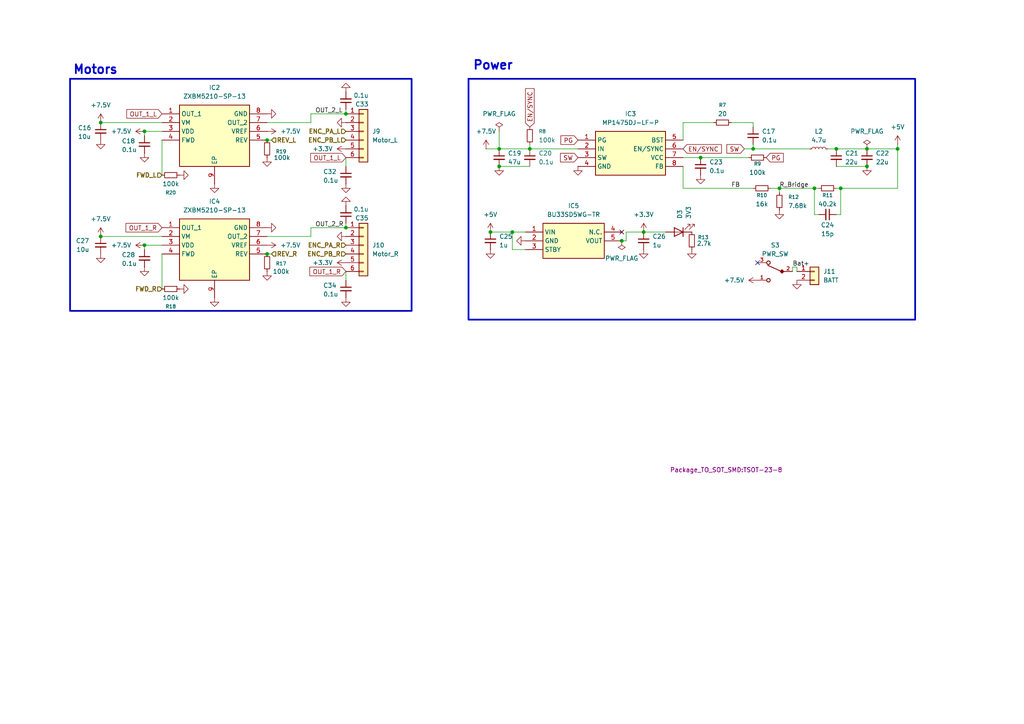
<source format=kicad_sch>
(kicad_sch (version 20250114) (generator "eeschema") (generator_version "9.0")
  (paper "A4")
  (title_block (title "Power&Control") (date "2025-09-19") (rev "Nelven") (company "ESE"))
  (lib_symbols
    (symbol "472121020311:472121020311" (pin_names (offset 1.016))
      (property "Reference" "S" (at 0 3.81 0))
      (property "Value" "472121020311" (at 0 -5.08 0))
      (symbol "472121020311_0_0"
        (polyline (pts (xy -2.032 -0.508) (xy -2.54 0) (xy -2.032 0.508) (xy -1.524 0) (xy -2.032 -0.508)) (stroke (width 0.254)) (fill (type outline)))
        (polyline (pts (xy -1.905 0) (xy 2.1082 -1.778)) (stroke (width 0.254)))
        (circle (center 1.905 2.54) (radius 0.508) (stroke (width 0.254)))
        (circle (center 1.905 -2.54) (radius 0.508) (stroke (width 0.254)))
        (pin passive line (at -5.08 0 0) (length 2.54) (name "~") (number "2"))
        (pin passive line (at 5.08 2.54 180) (length 2.54) (name "~") (number "1"))
        (pin passive line (at 5.08 -2.54 180) (length 2.54) (name "~") (number "3"))
      )
    )
    (symbol "BU33SD5WG-TR:BU33SD5WG-TR"
      (property "Reference" "PS" (at 24.13 7.62 0))
      (property "Value" "BU33SD5WG-TR" (at 24.13 5.08 0))
      (symbol "BU33SD5WG-TR_1_1"
        (rectangle (start 5.08 2.54) (end 22.86 -7.62) (stroke (width 0.254)) (fill (type background)))
        (pin passive line (at 0 0 0) (length 5.08) (name "VIN") (number "1"))
        (pin passive line (at 0 -2.54 0) (length 5.08) (name "GND") (number "2"))
        (pin passive line (at 0 -5.08 0) (length 5.08) (name "STBY") (number "3"))
        (pin no_connect line (at 27.94 0 180) (length 5.08) (name "N.C.") (number "4"))
        (pin passive line (at 27.94 -2.54 180) (length 5.08) (name "VOUT") (number "5"))
      )
    )
    (symbol "Connector_Generic:Conn_01x02" (pin_names (offset 1.016) (hide yes))
      (property "Reference" "J" (at 0 2.54 0))
      (property "Value" "Conn_01x02" (at 0 -5.08 0))
      (symbol "Conn_01x02_1_1"
        (rectangle (start -1.27 1.27) (end 1.27 -3.81) (stroke (width 0.254)) (fill (type background)))
        (rectangle (start -1.27 0.127) (end 0 -0.127) (stroke (width 0.1524)))
        (rectangle (start -1.27 -2.413) (end 0 -2.667) (stroke (width 0.1524)))
        (pin passive line (at -5.08 0 0) (length 3.81) (name "Pin_1") (number "1"))
        (pin passive line (at -5.08 -2.54 0) (length 3.81) (name "Pin_2") (number "2"))
      )
    )
    (symbol "Connector_Generic:Conn_01x06" (pin_names (offset 1.016) (hide yes))
      (property "Reference" "J" (at 0 7.62 0))
      (property "Value" "Conn_01x06" (at 0 -10.16 0))
      (symbol "Conn_01x06_1_1"
        (rectangle (start -1.27 6.35) (end 1.27 -8.89) (stroke (width 0.254)) (fill (type background)))
        (rectangle (start -1.27 5.207) (end 0 4.953) (stroke (width 0.1524)))
        (rectangle (start -1.27 2.667) (end 0 2.413) (stroke (width 0.1524)))
        (rectangle (start -1.27 0.127) (end 0 -0.127) (stroke (width 0.1524)))
        (rectangle (start -1.27 -2.413) (end 0 -2.667) (stroke (width 0.1524)))
        (rectangle (start -1.27 -4.953) (end 0 -5.207) (stroke (width 0.1524)))
        (rectangle (start -1.27 -7.493) (end 0 -7.747) (stroke (width 0.1524)))
        (pin passive line (at -5.08 5.08 0) (length 3.81) (name "Pin_1") (number "1"))
        (pin passive line (at -5.08 2.54 0) (length 3.81) (name "Pin_2") (number "2"))
        (pin passive line (at -5.08 0 0) (length 3.81) (name "Pin_3") (number "3"))
        (pin passive line (at -5.08 -2.54 0) (length 3.81) (name "Pin_4") (number "4"))
        (pin passive line (at -5.08 -5.08 0) (length 3.81) (name "Pin_5") (number "5"))
        (pin passive line (at -5.08 -7.62 0) (length 3.81) (name "Pin_6") (number "6"))
      )
    )
    (symbol "Device:C_Small" (pin_numbers (hide yes)) (pin_names (offset 0.254) (hide yes))
      (property "Reference" "C" (at 0.254 1.778 0))
      (property "Value" "C_Small" (at 0.254 -2.032 0))
      (symbol "C_Small_0_1"
        (polyline (pts (xy -1.524 0.508) (xy 1.524 0.508)) (stroke (width 0.3048)))
        (polyline (pts (xy -1.524 -0.508) (xy 1.524 -0.508)) (stroke (width 0.3302)))
      )
      (symbol "C_Small_1_1"
        (pin passive line (at 0 2.54 270) (length 2.032) (name "~") (number "1"))
        (pin passive line (at 0 -2.54 90) (length 2.032) (name "~") (number "2"))
      )
    )
    (symbol "Device:LED" (pin_numbers (hide yes)) (pin_names (offset 1.016) (hide yes))
      (property "Reference" "D" (at 0 2.54 0))
      (property "Value" "LED" (at 0 -2.54 0))
      (symbol "LED_0_1"
        (polyline (pts (xy -3.048 -0.762) (xy -4.572 -2.286) (xy -3.81 -2.286) (xy -4.572 -2.286) (xy -4.572 -1.524)))
        (polyline (pts (xy -1.778 -0.762) (xy -3.302 -2.286) (xy -2.54 -2.286) (xy -3.302 -2.286) (xy -3.302 -1.524)))
        (polyline (pts (xy -1.27 0) (xy 1.27 0)))
        (polyline (pts (xy -1.27 -1.27) (xy -1.27 1.27)) (stroke (width 0.254)))
        (polyline (pts (xy 1.27 -1.27) (xy 1.27 1.27) (xy -1.27 0) (xy 1.27 -1.27)) (stroke (width 0.254)))
      )
      (symbol "LED_1_1"
        (pin passive line (at -3.81 0 0) (length 2.54) (name "K") (number "1"))
        (pin passive line (at 3.81 0 180) (length 2.54) (name "A") (number "2"))
      )
    )
    (symbol "Device:L_Small" (pin_numbers (hide yes)) (pin_names (offset 0.254) (hide yes))
      (property "Reference" "L" (at 0.762 1.016 0))
      (property "Value" "L_Small" (at 0.762 -1.016 0))
      (symbol "L_Small_0_1"
        (arc (start 0 2.032) (mid 0.5058 1.524) (end 0 1.016))
        (arc (start 0 1.016) (mid 0.5058 0.508) (end 0 0))
        (arc (start 0 0) (mid 0.5058 -0.508) (end 0 -1.016))
        (arc (start 0 -1.016) (mid 0.5058 -1.524) (end 0 -2.032))
      )
      (symbol "L_Small_1_1"
        (pin passive line (at 0 2.54 270) (length 0.508) (name "~") (number "1"))
        (pin passive line (at 0 -2.54 90) (length 0.508) (name "~") (number "2"))
      )
    )
    (symbol "Device:R_Small" (pin_numbers (hide yes)) (pin_names (offset 0.254) (hide yes))
      (property "Reference" "R" (at 0 0 90))
      (property "Value" "R_Small" (at 1.778 0 90))
      (symbol "R_Small_0_1"
        (rectangle (start -0.762 1.778) (end 0.762 -1.778) (stroke (width 0.2032)))
      )
      (symbol "R_Small_1_1"
        (pin passive line (at 0 2.54 270) (length 0.762) (name "~") (number "1"))
        (pin passive line (at 0 -2.54 90) (length 0.762) (name "~") (number "2"))
      )
    )
    (symbol "MP1475DJ-LF-P:MP1475DJ-LF-P"
      (property "Reference" "IC" (at 26.67 7.62 0))
      (property "Value" "MP1475DJ-LF-P" (at 26.67 5.08 0))
      (symbol "MP1475DJ-LF-P_1_1"
        (rectangle (start 5.08 2.54) (end 25.4 -10.16) (stroke (width 0.254)) (fill (type background)))
        (pin passive line (at 0 0 0) (length 5.08) (name "PG") (number "1"))
        (pin passive line (at 0 -2.54 0) (length 5.08) (name "IN") (number "2"))
        (pin passive line (at 0 -5.08 0) (length 5.08) (name "SW") (number "3"))
        (pin passive line (at 0 -7.62 0) (length 5.08) (name "GND") (number "4"))
        (pin passive line (at 30.48 0 180) (length 5.08) (name "BST") (number "5"))
        (pin passive line (at 30.48 -2.54 180) (length 5.08) (name "EN/SYNC") (number "6"))
        (pin passive line (at 30.48 -5.08 180) (length 5.08) (name "VCC") (number "7"))
        (pin passive line (at 30.48 -7.62 180) (length 5.08) (name "FB") (number "8"))
      )
    )
    (symbol "ZXBM5210-SP-13:ZXBM5210-SP-13"
      (property "Reference" "IC" (at 26.67 7.62 0))
      (property "Value" "ZXBM5210-SP-13" (at 26.67 5.08 0))
      (symbol "ZXBM5210-SP-13_1_1"
        (rectangle (start 5.08 2.54) (end 25.4 -15.24) (stroke (width 0.254)) (fill (type background)))
        (pin passive line (at 0 0 0) (length 5.08) (name "OUT_1") (number "1"))
        (pin passive line (at 0 -2.54 0) (length 5.08) (name "VM") (number "2"))
        (pin passive line (at 0 -5.08 0) (length 5.08) (name "VDD") (number "3"))
        (pin passive line (at 0 -7.62 0) (length 5.08) (name "FWD") (number "4"))
        (pin passive line (at 15.24 -20.32 90) (length 5.08) (name "EP") (number "9"))
        (pin passive line (at 30.48 0 180) (length 5.08) (name "GND") (number "8"))
        (pin passive line (at 30.48 -2.54 180) (length 5.08) (name "OUT_2") (number "7"))
        (pin passive line (at 30.48 -5.08 180) (length 5.08) (name "VREF") (number "6"))
        (pin passive line (at 30.48 -7.62 180) (length 5.08) (name "REV") (number "5"))
      )
    )
    (symbol "power:+3.3V" (power) (pin_numbers (hide yes)) (pin_names (offset 0) (hide yes))
      (property "Value" "+3.3V" (at 0 3.556 0))
      (symbol "+3.3V_0_1"
        (polyline (pts (xy -0.762 1.27) (xy 0 2.54)))
        (polyline (pts (xy 0 2.54) (xy 0.762 1.27)))
        (polyline (pts (xy 0 0) (xy 0 2.54)))
      )
      (symbol "+3.3V_1_1"
        (pin power_in line (at 0 0 90) (length 0) (name "~") (number "1"))
      )
    )
    (symbol "power:+5V" (power) (pin_numbers (hide yes)) (pin_names (offset 0) (hide yes))
      (property "Value" "+5V" (at 0 3.556 0))
      (symbol "+5V_0_1"
        (polyline (pts (xy -0.762 1.27) (xy 0 2.54)))
        (polyline (pts (xy 0 2.54) (xy 0.762 1.27)))
        (polyline (pts (xy 0 0) (xy 0 2.54)))
      )
      (symbol "+5V_1_1"
        (pin power_in line (at 0 0 90) (length 0) (name "~") (number "1"))
      )
    )
    (symbol "power:+7.5V" (power) (pin_numbers (hide yes)) (pin_names (offset 0) (hide yes))
      (property "Value" "+7.5V" (at 0 3.556 0))
      (symbol "+7.5V_0_1"
        (polyline (pts (xy -0.762 1.27) (xy 0 2.54)))
        (polyline (pts (xy 0 2.54) (xy 0.762 1.27)))
        (polyline (pts (xy 0 0) (xy 0 2.54)))
      )
      (symbol "+7.5V_1_1"
        (pin power_in line (at 0 0 90) (length 0) (name "~") (number "1"))
      )
    )
    (symbol "power:GND" (power) (pin_numbers (hide yes)) (pin_names (offset 0) (hide yes))
      (property "Value" "GND" (at 0 -3.81 0))
      (symbol "GND_0_1"
        (polyline (pts (xy 0 0) (xy 0 -1.27) (xy 1.27 -1.27) (xy 0 -2.54) (xy -1.27 -1.27) (xy 0 -1.27)))
      )
      (symbol "GND_1_1"
        (pin power_in line (at 0 0 270) (length 0) (name "~") (number "1"))
      )
    )
    (symbol "power:PWR_FLAG" (power) (pin_numbers (hide yes)) (pin_names (offset 0) (hide yes))
      (property "Value" "PWR_FLAG" (at 0 3.81 0))
      (symbol "PWR_FLAG_0_0"
        (pin power_out line (at 0 0 90) (length 0) (name "~") (number "1"))
      )
      (symbol "PWR_FLAG_0_1"
        (polyline (pts (xy 0 0) (xy 0 1.27) (xy -1.016 1.905) (xy 0 2.54) (xy 1.016 1.905) (xy 0 1.27)))
      )
    )
  )
  (rectangle (start 135.89 22.86) (end 265.43 92.71) (stroke (width 0.5)))
  (rectangle (start 20.32 22.86) (end 119.38 90.17) (stroke (width 0.5)))
  (text "Power" (at 143.002 19.05 0) (effects (font (size 2.54 2.54) (thickness 0.508) (bold yes))))
  (text "Motors" (at 27.686 20.32 0) (effects (font (size 2.54 2.54) (thickness 0.508) (bold yes))))
  (junction (at 144.78 48.26))
  (junction (at 29.21 68.58))
  (junction (at 77.47 73.66))
  (junction (at 218.44 43.18))
  (junction (at 242.57 43.18))
  (junction (at 203.2 45.72))
  (junction (at 251.46 43.18))
  (junction (at 236.22 54.61))
  (junction (at 142.24 67.31))
  (junction (at 100.33 66.04))
  (junction (at 226.06 54.61))
  (junction (at 251.46 48.26))
  (junction (at 186.69 67.31))
  (junction (at 41.91 71.12))
  (junction (at 153.67 43.18))
  (junction (at 180.34 69.85))
  (junction (at 29.21 35.56))
  (junction (at 243.84 54.61))
  (junction (at 77.47 40.64))
  (junction (at 148.59 67.31))
  (junction (at 144.78 43.18))
  (junction (at 100.33 33.02))
  (junction (at 41.91 38.1))
  (junction (at 260.35 43.18))
  (no_connect (at 180.34 67.31))
  (no_connect (at 219.71 76.2))
  (wire (pts (xy 243.84 54.61) (xy 243.84 62.23)))
  (wire (pts (xy 144.78 48.26) (xy 153.67 48.26)))
  (wire (pts (xy 41.91 71.12) (xy 46.99 71.12)))
  (wire (pts (xy 260.35 43.18) (xy 260.35 54.61)))
  (wire (pts (xy 152.4 72.39) (xy 148.59 72.39)))
  (wire (pts (xy 234.95 43.18) (xy 218.44 43.18)))
  (wire (pts (xy 100.33 31.75) (xy 100.33 33.02)))
  (wire (pts (xy 198.12 35.56) (xy 198.12 40.64)))
  (wire (pts (xy 77.47 35.56) (xy 90.17 35.56)))
  (wire (pts (xy 153.67 41.91) (xy 153.67 43.18)))
  (wire (pts (xy 41.91 39.37) (xy 41.91 38.1)))
  (wire (pts (xy 29.21 35.56) (xy 46.99 35.56)))
  (wire (pts (xy 242.57 48.26) (xy 251.46 48.26)))
  (wire (pts (xy 90.17 35.56) (xy 90.17 33.02)))
  (wire (pts (xy 198.12 35.56) (xy 207.01 35.56)))
  (wire (pts (xy 229.87 77.47) (xy 229.87 78.74)))
  (wire (pts (xy 148.59 72.39) (xy 148.59 67.31)))
  (wire (pts (xy 77.47 68.58) (xy 90.17 68.58)))
  (wire (pts (xy 218.44 41.91) (xy 218.44 43.18)))
  (wire (pts (xy 78.74 73.66) (xy 77.47 73.66)))
  (wire (pts (xy 226.06 55.88) (xy 226.06 54.61)))
  (wire (pts (xy 78.74 40.64) (xy 77.47 40.64)))
  (wire (pts (xy 203.2 45.72) (xy 217.17 45.72)))
  (wire (pts (xy 242.57 43.18) (xy 251.46 43.18)))
  (wire (pts (xy 218.44 43.18) (xy 215.9 43.18)))
  (wire (pts (xy 260.35 41.91) (xy 260.35 43.18)))
  (wire (pts (xy 212.09 35.56) (xy 218.44 35.56)))
  (wire (pts (xy 144.78 43.18) (xy 153.67 43.18)))
  (wire (pts (xy 46.99 83.82) (xy 46.99 73.66)))
  (wire (pts (xy 260.35 54.61) (xy 243.84 54.61)))
  (wire (pts (xy 236.22 54.61) (xy 236.22 62.23)))
  (wire (pts (xy 41.91 38.1) (xy 46.99 38.1)))
  (wire (pts (xy 229.87 77.47) (xy 231.14 77.47)))
  (wire (pts (xy 148.59 67.31) (xy 152.4 67.31)))
  (wire (pts (xy 100.33 81.28) (xy 100.33 78.74)))
  (wire (pts (xy 181.61 67.31) (xy 181.61 69.85)))
  (wire (pts (xy 29.21 68.58) (xy 46.99 68.58)))
  (wire (pts (xy 100.33 48.26) (xy 100.33 45.72)))
  (wire (pts (xy 186.69 67.31) (xy 193.04 67.31)))
  (wire (pts (xy 243.84 62.23) (xy 242.57 62.23)))
  (wire (pts (xy 186.69 67.31) (xy 181.61 67.31)))
  (wire (pts (xy 90.17 68.58) (xy 90.17 66.04)))
  (wire (pts (xy 198.12 45.72) (xy 203.2 45.72)))
  (wire (pts (xy 41.91 72.39) (xy 41.91 71.12)))
  (wire (pts (xy 181.61 69.85) (xy 180.34 69.85)))
  (wire (pts (xy 243.84 54.61) (xy 242.57 54.61)))
  (wire (pts (xy 90.17 33.02) (xy 100.33 33.02)))
  (wire (pts (xy 198.12 48.26) (xy 198.12 54.61)))
  (wire (pts (xy 226.06 54.61) (xy 223.52 54.61)))
  (wire (pts (xy 142.24 67.31) (xy 148.59 67.31)))
  (wire (pts (xy 218.44 35.56) (xy 218.44 36.83)))
  (wire (pts (xy 242.57 43.18) (xy 240.03 43.18)))
  (wire (pts (xy 236.22 54.61) (xy 237.49 54.61)))
  (wire (pts (xy 46.99 50.8) (xy 46.99 40.64)))
  (wire (pts (xy 140.97 43.18) (xy 144.78 43.18)))
  (wire (pts (xy 260.35 43.18) (xy 251.46 43.18)))
  (wire (pts (xy 100.33 64.77) (xy 100.33 66.04)))
  (wire (pts (xy 198.12 54.61) (xy 218.44 54.61)))
  (wire (pts (xy 226.06 54.61) (xy 236.22 54.61)))
  (wire (pts (xy 90.17 66.04) (xy 100.33 66.04)))
  (wire (pts (xy 144.78 38.1) (xy 144.78 43.18)))
  (wire (pts (xy 236.22 62.23) (xy 237.49 62.23)))
  (wire (pts (xy 231.14 77.47) (xy 231.14 78.74)))
  (wire (pts (xy 153.67 43.18) (xy 167.64 43.18)))
  (label "Bat+" (at 229.87 77.47 0))
  (label "FB" (at 212.09 54.61 0))
  (label "OUT_2_R" (at 91.44 66.04 0))
  (label "OUT_2_L" (at 91.44 33.02 0))
  (label "R_Bridge" (at 226.06 54.61 0))
  (global_label "SW" (shape input) (at 167.64 45.72 180) (effects (font (thickness 0.1588))) (property "Intersheetrefs" "${INTERSHEET_REFS}" (effects (hide yes))))
  (global_label "EN{slash}SYNC" (shape input) (at 153.67 36.83 90) (effects (font (thickness 0.1588))) (property "Intersheetrefs" "${INTERSHEET_REFS}" (effects (hide yes))))
  (global_label "SW" (shape input) (at 215.9 43.18 180) (effects (font (thickness 0.1588))) (property "Intersheetrefs" "${INTERSHEET_REFS}" (effects (hide yes))))
  (global_label "PG" (shape input) (at 167.64 40.64 180) (effects (font (thickness 0.1588))) (property "Intersheetrefs" "${INTERSHEET_REFS}" (effects (hide yes))))
  (global_label "EN{slash}SYNC" (shape input) (at 198.12 43.18 0) (effects (font (thickness 0.1588))) (property "Intersheetrefs" "${INTERSHEET_REFS}" (effects (hide yes))))
  (global_label "OUT_1_R" (shape input) (at 46.99 66.04 180) (property "Intersheetrefs" "${INTERSHEET_REFS}" (effects (hide yes))))
  (global_label "OUT_1_L" (shape input) (at 100.33 45.72 180) (property "Intersheetrefs" "${INTERSHEET_REFS}" (effects (hide yes))))
  (global_label "PG" (shape input) (at 222.25 45.72 0) (effects (font (thickness 0.1588))) (property "Intersheetrefs" "${INTERSHEET_REFS}" (effects (hide yes))))
  (global_label "OUT_1_L" (shape input) (at 46.99 33.02 180) (property "Intersheetrefs" "${INTERSHEET_REFS}" (effects (hide yes))))
  (global_label "OUT_1_R" (shape input) (at 100.33 78.74 180) (property "Intersheetrefs" "${INTERSHEET_REFS}" (effects (hide yes))))
  (hierarchical_label "ENC_PB_R" (shape input) (at 100.33 73.66 180) (effects (font (thickness 0.254) (bold yes))))
  (hierarchical_label "ENC_PB_L" (shape input) (at 100.33 40.64 180) (effects (font (thickness 0.254) (bold yes))))
  (hierarchical_label "REV_L" (shape input) (at 78.74 40.64 0) (effects (font (thickness 0.254) (bold yes))))
  (hierarchical_label "FWD_R" (shape input) (at 46.99 83.82 180) (effects (font (thickness 0.254) (bold yes))))
  (hierarchical_label "ENC_PA_L" (shape input) (at 100.33 38.1 180) (effects (font (thickness 0.254) (bold yes))))
  (hierarchical_label "REV_R" (shape input) (at 78.74 73.66 0) (effects (font (thickness 0.254) (bold yes))))
  (hierarchical_label "FWD_L" (shape input) (at 46.99 50.8 180) (effects (font (thickness 0.254) (bold yes))))
  (hierarchical_label "ENC_PA_R" (shape input) (at 100.33 71.12 180) (effects (font (thickness 0.254) (bold yes))))
  (symbol (lib_id "Device:C_Small") (at 100.33 50.8 0) (unit 1)
    (property "Reference" "C32" (at 93.726 49.784 0) (effects (justify left)))
    (property "Value" "0.1u" (at 93.726 52.324 0) (effects (justify left)))
    (property "Footprint" "Capacitor_SMD:C_0402_1005Metric" (effects (hide yes)))
    (property "Description" "Unpolarized capacitor, small symbol" (effects (hide yes)))
  )
  (symbol (lib_id "Device:C_Small") (at 251.46 45.72 0) (unit 1)
    (property "Reference" "C22" (at 254 44.4562 0) (effects (justify left)))
    (property "Value" "22u" (at 254 46.9962 0) (effects (justify left)))
    (property "Footprint" "Capacitor_SMD:C_0402_1005Metric" (effects (hide yes)))
    (property "Description" "Unpolarized capacitor, small symbol" (effects (hide yes)))
  )
  (symbol (lib_id "ZXBM5210-SP-13:ZXBM5210-SP-13") (at 46.99 33.02 0) (unit 1)
    (property "Reference" "IC2" (at 62.23 25.4 0))
    (property "Value" "ZXBM5210-SP-13" (at 62.23 27.94 0))
    (property "Footprint" "ESE:SOIC127P600X150-9N" (effects (hide yes)))
    (property "Datasheet" "https://www.diodes.com/assets/Datasheets/ZXBM5210.pdf" (effects (hide yes)))
    (property "Description" "Motor / Motion / Ignition Controllers & Drivers Reversible DC Drive 0.85mA" (effects (hide yes)))
    (property "Height" "1.5" (effects (hide yes)))
    (property "Manufacturer_Name" "Diodes Incorporated" (effects (hide yes)))
    (property "Manufacturer_Part_Number" "ZXBM5210-SP-13" (effects (hide yes)))
    (property "Mouser Part Number" "621-ZXBM5210-SP-13" (effects (hide yes)))
    (property "Mouser Price/Stock" "https://www.mouser.co.uk/ProductDetail/Diodes-Incorporated/ZXBM5210-SP-13?qs=98WN%2FnWUQiQYAgSBGLkvdw%3D%3D" (effects (hide yes)))
    (property "Arrow Part Number" "ZXBM5210-SP-13" (effects (hide yes)))
    (property "Arrow Price/Stock" "https://www.arrow.com/en/products/zxbm5210-sp-13/diodes-incorporated?region=nac" (effects (hide yes)))
  )
  (symbol (lib_id "power:+7.5V") (at 140.97 43.18 0) (unit 1)
    (property "Reference" "#PWR058" (effects (hide yes)))
    (property "Value" "+7.5V" (at 140.97 38.1 0))
    (property "Description" "Power symbol creates a global label with name \"+7.5V\"" (effects (hide yes)))
  )
  (symbol (lib_id "Connector_Generic:Conn_01x02") (at 236.22 78.74 0) (unit 1)
    (property "Reference" "J11" (at 238.76 78.7399 0) (effects (justify left)))
    (property "Value" "BATT" (at 238.76 81.2799 0) (effects (justify left)))
    (property "Footprint" "Connector_JST:JST_PH_S2B-PH-K_1x02_P2.00mm_Horizontal" (effects (hide yes)))
    (property "Description" "Generic connector, single row, 01x02, script generated (kicad-library-utils/schlib/autogen/connector/)" (effects (hide yes)))
  )
  (symbol (lib_id "power:GND") (at 100.33 53.34 0) (unit 1)
    (property "Reference" "#PWR094" (effects (hide yes)))
    (property "Value" "GND" (effects (hide yes)))
    (property "Description" "Power symbol creates a global label with name \"GND\" , ground" (effects (hide yes)))
  )
  (symbol (lib_id "power:PWR_FLAG") (at 180.34 69.85 180) (unit 1)
    (property "Reference" "#FLG05" (effects (hide yes)))
    (property "Value" "PWR_FLAG" (at 180.34 74.93 0))
    (property "Description" "Special symbol for telling ERC where power comes from" (effects (hide yes)))
  )
  (symbol (lib_id "power:+7.5V") (at 41.91 71.12 90) (unit 1)
    (property "Reference" "#PWR072" (effects (hide yes)))
    (property "Value" "+7.5V" (at 38.1 71.1199 90) (effects (justify left)))
    (property "Description" "Power symbol creates a global label with name \"+7.5V\"" (effects (hide yes)))
  )
  (symbol (lib_id "BU33SD5WG-TR:BU33SD5WG-TR") (at 152.4 67.31 0) (unit 1)
    (property "Reference" "IC5" (at 166.37 59.69 0))
    (property "Value" "BU33SD5WG-TR" (at 166.37 62.23 0))
    (property "Footprint" "ESE:SOT95P280X125-5N" (effects (hide yes)))
    (property "Datasheet" "https://componentsearchengine.com/Datasheets/1/BU33SD5WG-TR.pdf" (effects (hide yes)))
    (property "Description" "LDO regulator,3.3V,0.5A,standby,SSOP5 ROHM BU33SD5WG-TR, LDO Voltage Regulator, 0.5A, 3.3 V +/-2%, 1.7  6 Vin, 5-Pin SSOP" (effects (hide yes)))
    (property "Height" "1.25" (effects (hide yes)))
    (property "Manufacturer_Name" "ROHM Semiconductor" (effects (hide yes)))
    (property "Manufacturer_Part_Number" "BU33SD5WG-TR" (effects (hide yes)))
  )
  (symbol (lib_id "power:+3.3V") (at 100.33 76.2 90) (unit 1)
    (property "Reference" "#PWR078" (effects (hide yes)))
    (property "Value" "+3.3V" (at 96.52 76.1999 90) (effects (justify left)))
    (property "Description" "Power symbol creates a global label with name \"+3.3V\"" (effects (hide yes)))
  )
  (symbol (lib_id "Device:R_Small") (at 49.53 83.82 90) (unit 1)
    (property "Reference" "R18" (at 49.53 88.9 90) (effects (font (size 1.016 1.016))))
    (property "Value" "100k" (at 49.53 86.36 90))
    (property "Footprint" "Resistor_SMD:R_0402_1005Metric" (effects (hide yes)))
    (property "Description" "Resistor, small symbol" (effects (hide yes)))
  )
  (symbol (lib_id "Device:R_Small") (at 49.53 50.8 90) (unit 1)
    (property "Reference" "R20" (at 49.53 55.88 90) (effects (font (size 1.016 1.016))))
    (property "Value" "100k" (at 49.53 53.34 90))
    (property "Footprint" "Resistor_SMD:R_0402_1005Metric" (effects (hide yes)))
    (property "Description" "Resistor, small symbol" (effects (hide yes)))
  )
  (symbol (lib_id "power:GND") (at 167.64 48.26 0) (unit 1)
    (property "Reference" "#PWR061" (effects (hide yes)))
    (property "Value" "GND" (effects (hide yes)))
    (property "Description" "Power symbol creates a global label with name \"GND\" , ground" (effects (hide yes)))
  )
  (symbol (lib_id "power:GND") (at 77.47 33.02 90) (unit 1)
    (property "Reference" "#PWR050" (effects (hide yes)))
    (property "Value" "GND" (effects (hide yes)))
    (property "Description" "Power symbol creates a global label with name \"GND\" , ground" (effects (hide yes)))
  )
  (symbol (lib_id "Device:R_Small") (at 77.47 76.2 0) (unit 1)
    (property "Reference" "R17" (at 81.534 76.454 0) (effects (font (size 1.016 1.016))))
    (property "Value" "100k" (at 81.534 78.74 0))
    (property "Footprint" "Resistor_SMD:R_0402_1005Metric" (effects (hide yes)))
    (property "Description" "Resistor, small symbol" (effects (hide yes)))
  )
  (symbol (lib_id "Device:R_Small") (at 240.03 54.61 270) (unit 1)
    (property "Reference" "R11" (at 240.03 56.642 90) (effects (font (size 1.016 1.016))))
    (property "Value" "40.2k" (at 240.03 59.182 90))
    (property "Footprint" "Resistor_SMD:R_0402_1005Metric" (effects (hide yes)))
    (property "Description" "Resistor, small symbol" (effects (hide yes)))
  )
  (symbol (lib_id "power:GND") (at 77.47 78.74 0) (unit 1)
    (property "Reference" "#PWR090" (effects (hide yes)))
    (property "Value" "GND" (effects (hide yes)))
    (property "Description" "Power symbol creates a global label with name \"GND\" , ground" (effects (hide yes)))
  )
  (symbol (lib_id "power:GND") (at 203.2 50.8 0) (unit 1)
    (property "Reference" "#PWR063" (effects (hide yes)))
    (property "Value" "GND" (effects (hide yes)))
    (property "Description" "Power symbol creates a global label with name \"GND\" , ground" (effects (hide yes)))
  )
  (symbol (lib_id "power:GND") (at 41.91 77.47 0) (unit 1)
    (property "Reference" "#PWR079" (effects (hide yes)))
    (property "Value" "GND" (effects (hide yes)))
    (property "Description" "Power symbol creates a global label with name \"GND\" , ground" (effects (hide yes)))
  )
  (symbol (lib_id "power:+7.5V") (at 219.71 81.28 90) (unit 1)
    (property "Reference" "#PWR080" (effects (hide yes)))
    (property "Value" "+7.5V" (at 215.9 81.2799 90) (effects (justify left)))
    (property "Description" "Power symbol creates a global label with name \"+7.5V\"" (effects (hide yes)))
  )
  (symbol (lib_id "power:GND") (at 251.46 48.26 0) (unit 1)
    (property "Reference" "#PWR062" (effects (hide yes)))
    (property "Value" "GND" (effects (hide yes)))
    (property "Description" "Power symbol creates a global label with name \"GND\" , ground" (effects (hide yes)))
  )
  (symbol (lib_id "Connector_Generic:Conn_01x06") (at 105.41 38.1 0) (unit 1)
    (property "Reference" "J9" (at 107.95 38.0999 0) (effects (justify left)))
    (property "Value" "Motor_L" (at 107.95 40.6399 0) (effects (justify left)))
    (property "Footprint" "Connector_JST:JST_PH_S6B-PH-K_1x06_P2.00mm_Horizontal" (effects (hide yes)))
    (property "Description" "Generic connector, single row, 01x06, script generated (kicad-library-utils/schlib/autogen/connector/)" (effects (hide yes)))
  )
  (symbol (lib_id "power:PWR_FLAG") (at 144.78 38.1 0) (unit 1)
    (property "Reference" "#FLG03" (effects (hide yes)))
    (property "Value" "PWR_FLAG" (at 144.78 33.02 0))
    (property "Description" "Special symbol for telling ERC where power comes from" (effects (hide yes)))
  )
  (symbol (lib_id "Device:C_Small") (at 100.33 62.23 180) (unit 1)
    (property "Reference" "C35" (at 106.934 63.246 0) (effects (justify left)))
    (property "Value" "0.1u" (at 106.934 60.706 0) (effects (justify left)))
    (property "Footprint" "Capacitor_SMD:C_0402_1005Metric" (effects (hide yes)))
    (property "Description" "Unpolarized capacitor, small symbol" (effects (hide yes)))
  )
  (symbol (lib_id "Device:C_Small") (at 100.33 29.21 180) (unit 1)
    (property "Reference" "C33" (at 106.934 30.226 0) (effects (justify left)))
    (property "Value" "0.1u" (at 106.934 27.686 0) (effects (justify left)))
    (property "Footprint" "Capacitor_SMD:C_0402_1005Metric" (effects (hide yes)))
    (property "Description" "Unpolarized capacitor, small symbol" (effects (hide yes)))
  )
  (symbol (lib_id "power:GND") (at 29.21 40.64 0) (unit 1)
    (property "Reference" "#PWR055" (effects (hide yes)))
    (property "Value" "GND" (effects (hide yes)))
    (property "Description" "Power symbol creates a global label with name \"GND\" , ground" (effects (hide yes)))
  )
  (symbol (lib_id "Connector_Generic:Conn_01x06") (at 105.41 71.12 0) (unit 1)
    (property "Reference" "J10" (at 107.95 71.1199 0) (effects (justify left)))
    (property "Value" "Motor_R" (at 107.95 73.6599 0) (effects (justify left)))
    (property "Footprint" "Connector_JST:JST_PH_S6B-PH-K_1x06_P2.00mm_Horizontal" (effects (hide yes)))
    (property "Description" "Generic connector, single row, 01x06, script generated (kicad-library-utils/schlib/autogen/connector/)" (effects (hide yes)))
  )
  (symbol (lib_id "MP1475DJ-LF-P:MP1475DJ-LF-P") (at 167.64 40.64 0) (unit 1)
    (property "Reference" "IC3" (at 182.88 33.02 0))
    (property "Value" "MP1475DJ-LF-P" (at 182.88 35.56 0))
    (property "Footprint" "Package_TO_SOT_SMD:TSOT-23-8" (at 194.31 135.56 0) (effects (justify left top)))
    (property "Datasheet" "https://www.monolithicpower.com/en/documentview/productdocument/index/version/2/document_type/Datasheet/lang/en/sku/MP1475/document_id/342" (at 194.31 235.56 0) (effects (justify left top)))
    (property "Description" "Switching Voltage Regulators 3A, 16V, 500kHz Sync, Stp-Dwn Cnvrtr" (effects (hide yes)))
    (property "Height" "1" (effects (hide yes)))
    (property "Manufacturer_Name" "Monolithic Power Systems (MPS)" (effects (hide yes)))
    (property "Manufacturer_Part_Number" "MP1475DJ-LF-P" (effects (hide yes)))
  )
  (symbol (lib_id "power:PWR_FLAG") (at 251.46 43.18 0) (unit 1)
    (property "Reference" "#FLG04" (effects (hide yes)))
    (property "Value" "PWR_FLAG" (at 251.46 38.1 0))
    (property "Description" "Special symbol for telling ERC where power comes from" (effects (hide yes)))
  )
  (symbol (lib_id "Device:C_Small") (at 41.91 74.93 0) (unit 1)
    (property "Reference" "C28" (at 35.306 73.914 0) (effects (justify left)))
    (property "Value" "0.1u" (at 35.306 76.454 0) (effects (justify left)))
    (property "Footprint" "Capacitor_SMD:C_0402_1005Metric" (effects (hide yes)))
    (property "Description" "Unpolarized capacitor, small symbol" (effects (hide yes)))
  )
  (symbol (lib_id "power:GND") (at 186.69 72.39 0) (unit 1)
    (property "Reference" "#PWR075" (effects (hide yes)))
    (property "Value" "GND" (effects (hide yes)))
    (property "Description" "Power symbol creates a global label with name \"GND\" , ground" (effects (hide yes)))
  )
  (symbol (lib_id "Device:R_Small") (at 226.06 58.42 0) (unit 1)
    (property "Reference" "R12" (at 228.6 57.1499 0) (effects (font (size 1.016 1.016)) (justify left)))
    (property "Value" "7.68k" (at 228.6 59.6899 0) (effects (justify left)))
    (property "Footprint" "Resistor_SMD:R_0402_1005Metric" (effects (hide yes)))
    (property "Description" "Resistor, small symbol" (effects (hide yes)))
  )
  (symbol (lib_id "power:+5V") (at 260.35 41.91 0) (unit 1)
    (property "Reference" "#PWR056" (effects (hide yes)))
    (property "Value" "+5V" (at 260.35 36.83 0))
    (property "Description" "Power symbol creates a global label with name \"+5V\"" (effects (hide yes)))
  )
  (symbol (lib_id "Device:R_Small") (at 77.47 43.18 0) (unit 1)
    (property "Reference" "R19" (at 81.534 43.942 0) (effects (font (size 1.016 1.016))))
    (property "Value" "100k" (at 81.788 45.72 0))
    (property "Footprint" "Resistor_SMD:R_0402_1005Metric" (effects (hide yes)))
    (property "Description" "Resistor, small symbol" (effects (hide yes)))
  )
  (symbol (lib_id "Device:R_Small") (at 200.66 69.85 180) (unit 1)
    (property "Reference" "R13" (at 203.962 68.834 0) (effects (font (size 1.016 1.016))))
    (property "Value" "2.7k" (at 204.216 70.612 0))
    (property "Footprint" "Resistor_SMD:R_0402_1005Metric" (effects (hide yes)))
    (property "Description" "Resistor, small symbol" (effects (hide yes)))
  )
  (symbol (lib_id "Device:LED") (at 196.85 67.31 180) (unit 1)
    (property "Reference" "D3" (at 197.1674 63.5 90) (effects (justify right)))
    (property "Value" "3V3" (at 199.7074 63.5 90) (effects (justify right)))
    (property "Footprint" "LED_SMD:LED_0603_1608Metric" (effects (hide yes)))
    (property "Description" "Light emitting diode" (effects (hide yes)))
    (property "Sim.Pins" "1=K 2=A" (effects (hide yes)))
  )
  (symbol (lib_id "Device:C_Small") (at 41.91 41.91 0) (unit 1)
    (property "Reference" "C18" (at 35.306 40.894 0) (effects (justify left)))
    (property "Value" "0.1u" (at 35.306 43.434 0) (effects (justify left)))
    (property "Footprint" "Capacitor_SMD:C_0402_1005Metric" (effects (hide yes)))
    (property "Description" "Unpolarized capacitor, small symbol" (effects (hide yes)))
  )
  (symbol (lib_id "ZXBM5210-SP-13:ZXBM5210-SP-13") (at 46.99 66.04 0) (unit 1)
    (property "Reference" "IC4" (at 62.23 58.42 0))
    (property "Value" "ZXBM5210-SP-13" (at 62.23 60.96 0))
    (property "Footprint" "ESE:SOIC127P600X150-9N" (effects (hide yes)))
    (property "Datasheet" "https://www.diodes.com/assets/Datasheets/ZXBM5210.pdf" (effects (hide yes)))
    (property "Description" "Motor / Motion / Ignition Controllers & Drivers Reversible DC Drive 0.85mA" (effects (hide yes)))
    (property "Height" "1.5" (effects (hide yes)))
    (property "Manufacturer_Name" "Diodes Incorporated" (effects (hide yes)))
    (property "Manufacturer_Part_Number" "ZXBM5210-SP-13" (effects (hide yes)))
    (property "Mouser Part Number" "621-ZXBM5210-SP-13" (effects (hide yes)))
    (property "Mouser Price/Stock" "https://www.mouser.co.uk/ProductDetail/Diodes-Incorporated/ZXBM5210-SP-13?qs=98WN%2FnWUQiQYAgSBGLkvdw%3D%3D" (effects (hide yes)))
    (property "Arrow Part Number" "ZXBM5210-SP-13" (effects (hide yes)))
    (property "Arrow Price/Stock" "https://www.arrow.com/en/products/zxbm5210-sp-13/diodes-incorporated?region=nac" (effects (hide yes)))
  )
  (symbol (lib_id "power:GND") (at 62.23 86.36 0) (unit 1)
    (property "Reference" "#PWR082" (effects (hide yes)))
    (property "Value" "GND" (effects (hide yes)))
    (property "Description" "Power symbol creates a global label with name \"GND\" , ground" (effects (hide yes)))
  )
  (symbol (lib_id "Device:C_Small") (at 203.2 48.26 0) (unit 1)
    (property "Reference" "C23" (at 205.74 46.9962 0) (effects (justify left)))
    (property "Value" "0.1u" (at 205.74 49.5362 0) (effects (justify left)))
    (property "Footprint" "Capacitor_SMD:C_0402_1005Metric" (effects (hide yes)))
    (property "Description" "Unpolarized capacitor, small symbol" (effects (hide yes)))
  )
  (symbol (lib_id "power:GND") (at 100.33 68.58 270) (unit 1)
    (property "Reference" "#PWR070" (effects (hide yes)))
    (property "Value" "GND" (effects (hide yes)))
    (property "Description" "Power symbol creates a global label with name \"GND\" , ground" (effects (hide yes)))
  )
  (symbol (lib_id "power:GND") (at 100.33 86.36 0) (unit 1)
    (property "Reference" "#PWR096" (effects (hide yes)))
    (property "Value" "GND" (effects (hide yes)))
    (property "Description" "Power symbol creates a global label with name \"GND\" , ground" (effects (hide yes)))
  )
  (symbol (lib_id "power:GND") (at 231.14 81.28 0) (unit 1)
    (property "Reference" "#PWR081" (effects (hide yes)))
    (property "Value" "GND" (effects (hide yes)))
    (property "Description" "Power symbol creates a global label with name \"GND\" , ground" (effects (hide yes)))
  )
  (symbol (lib_id "power:GND") (at 62.23 53.34 0) (unit 1)
    (property "Reference" "#PWR064" (effects (hide yes)))
    (property "Value" "GND" (effects (hide yes)))
    (property "Description" "Power symbol creates a global label with name \"GND\" , ground" (effects (hide yes)))
  )
  (symbol (lib_id "power:+3.3V") (at 186.69 67.31 0) (unit 1)
    (property "Reference" "#PWR068" (effects (hide yes)))
    (property "Value" "+3.3V" (at 186.69 62.23 0))
    (property "Description" "Power symbol creates a global label with name \"+3.3V\"" (effects (hide yes)))
  )
  (symbol (lib_id "Device:C_Small") (at 240.03 62.23 270) (unit 1)
    (property "Reference" "C24" (at 240.03 65.278 90))
    (property "Value" "15p" (at 240.03 67.818 90))
    (property "Footprint" "Capacitor_SMD:C_0402_1005Metric" (effects (hide yes)))
    (property "Description" "Unpolarized capacitor, small symbol" (effects (hide yes)))
  )
  (symbol (lib_id "Device:R_Small") (at 209.55 35.56 90) (unit 1)
    (property "Reference" "R7" (at 209.55 30.48 90) (effects (font (size 1.016 1.016))))
    (property "Value" "20" (at 209.55 33.02 90))
    (property "Footprint" "Resistor_SMD:R_0402_1005Metric" (effects (hide yes)))
    (property "Description" "Resistor, small symbol" (effects (hide yes)))
  )
  (symbol (lib_id "power:GND") (at 200.66 72.39 0) (unit 1)
    (property "Reference" "#PWR076" (effects (hide yes)))
    (property "Value" "GND" (effects (hide yes)))
    (property "Description" "Power symbol creates a global label with name \"GND\" , ground" (effects (hide yes)))
  )
  (symbol (lib_id "Device:C_Small") (at 29.21 71.12 0) (mirror y) (unit 1)
    (property "Reference" "C27" (at 25.908 69.85 0) (effects (justify left)))
    (property "Value" "10u" (at 25.908 72.39 0) (effects (justify left)))
    (property "Footprint" "Capacitor_SMD:C_0402_1005Metric" (effects (hide yes)))
    (property "Description" "Unpolarized capacitor, small symbol" (effects (hide yes)))
  )
  (symbol (lib_id "power:GND") (at 100.33 35.56 270) (unit 1)
    (property "Reference" "#PWR052" (effects (hide yes)))
    (property "Value" "GND" (effects (hide yes)))
    (property "Description" "Power symbol creates a global label with name \"GND\" , ground" (effects (hide yes)))
  )
  (symbol (lib_id "power:+7.5V") (at 29.21 35.56 0) (unit 1)
    (property "Reference" "#PWR051" (effects (hide yes)))
    (property "Value" "+7.5V" (at 29.21 30.48 0))
    (property "Description" "Power symbol creates a global label with name \"+7.5V\"" (effects (hide yes)))
  )
  (symbol (lib_id "power:GND") (at 100.33 26.67 180) (unit 1)
    (property "Reference" "#PWR095" (effects (hide yes)))
    (property "Value" "GND" (effects (hide yes)))
    (property "Description" "Power symbol creates a global label with name \"GND\" , ground" (effects (hide yes)))
  )
  (symbol (lib_id "Device:R_Small") (at 219.71 45.72 270) (unit 1)
    (property "Reference" "R9" (at 219.71 47.498 90) (effects (font (size 1.016 1.016))))
    (property "Value" "100k" (at 219.71 50.038 90))
    (property "Footprint" "Resistor_SMD:R_0402_1005Metric" (effects (hide yes)))
    (property "Description" "Resistor, small symbol" (effects (hide yes)))
  )
  (symbol (lib_id "Device:L_Small") (at 237.49 43.18 90) (unit 1)
    (property "Reference" "L2" (at 237.49 38.1 90))
    (property "Value" "4.7u" (at 237.49 40.64 90))
    (property "Footprint" "Inductor_SMD:L_Wuerth_HCI-5040" (effects (hide yes)))
    (property "Description" "Inductor, small symbol" (effects (hide yes)))
  )
  (symbol (lib_id "Device:C_Small") (at 218.44 39.37 0) (unit 1)
    (property "Reference" "C17" (at 220.98 38.1062 0) (effects (justify left)))
    (property "Value" "0.1u" (at 220.98 40.6462 0) (effects (justify left)))
    (property "Footprint" "Capacitor_SMD:C_0402_1005Metric" (effects (hide yes)))
    (property "Description" "Unpolarized capacitor, small symbol" (effects (hide yes)))
  )
  (symbol (lib_id "power:+3.3V") (at 100.33 43.18 90) (unit 1)
    (property "Reference" "#PWR057" (effects (hide yes)))
    (property "Value" "+3.3V" (at 96.52 43.1799 90) (effects (justify left)))
    (property "Description" "Power symbol creates a global label with name \"+3.3V\"" (effects (hide yes)))
  )
  (symbol (lib_id "Device:R_Small") (at 220.98 54.61 270) (unit 1)
    (property "Reference" "R10" (at 220.98 56.642 90) (effects (font (size 1.016 1.016))))
    (property "Value" "16k" (at 220.98 59.182 90))
    (property "Footprint" "Resistor_SMD:R_0402_1005Metric" (effects (hide yes)))
    (property "Description" "Resistor, small symbol" (effects (hide yes)))
  )
  (symbol (lib_id "power:+7.5V") (at 77.47 38.1 270) (unit 1)
    (property "Reference" "#PWR054" (effects (hide yes)))
    (property "Value" "+7.5V" (at 81.28 38.0999 90) (effects (justify left)))
    (property "Description" "Power symbol creates a global label with name \"+7.5V\"" (effects (hide yes)))
  )
  (symbol (lib_id "power:GND") (at 100.33 59.69 180) (unit 1)
    (property "Reference" "#PWR097" (effects (hide yes)))
    (property "Value" "GND" (effects (hide yes)))
    (property "Description" "Power symbol creates a global label with name \"GND\" , ground" (effects (hide yes)))
  )
  (symbol (lib_id "power:+7.5V") (at 41.91 38.1 90) (unit 1)
    (property "Reference" "#PWR053" (effects (hide yes)))
    (property "Value" "+7.5V" (at 38.1 38.0999 90) (effects (justify left)))
    (property "Description" "Power symbol creates a global label with name \"+7.5V\"" (effects (hide yes)))
  )
  (symbol (lib_id "Device:R_Small") (at 153.67 39.37 180) (unit 1)
    (property "Reference" "R8" (at 156.21 38.0999 0) (effects (font (size 1.016 1.016)) (justify right)))
    (property "Value" "100k" (at 156.21 40.6399 0) (effects (justify right)))
    (property "Footprint" "Resistor_SMD:R_0402_1005Metric" (effects (hide yes)))
    (property "Description" "Resistor, small symbol" (effects (hide yes)))
  )
  (symbol (lib_id "Device:C_Small") (at 100.33 83.82 0) (unit 1)
    (property "Reference" "C34" (at 93.726 82.804 0) (effects (justify left)))
    (property "Value" "0.1u" (at 93.726 85.344 0) (effects (justify left)))
    (property "Footprint" "Capacitor_SMD:C_0402_1005Metric" (effects (hide yes)))
    (property "Description" "Unpolarized capacitor, small symbol" (effects (hide yes)))
  )
  (symbol (lib_id "power:+7.5V") (at 29.21 68.58 0) (unit 1)
    (property "Reference" "#PWR069" (effects (hide yes)))
    (property "Value" "+7.5V" (at 29.21 63.5 0))
    (property "Description" "Power symbol creates a global label with name \"+7.5V\"" (effects (hide yes)))
  )
  (symbol (lib_id "power:GND") (at 77.47 45.72 0) (unit 1)
    (property "Reference" "#PWR092" (effects (hide yes)))
    (property "Value" "GND" (effects (hide yes)))
    (property "Description" "Power symbol creates a global label with name \"GND\" , ground" (effects (hide yes)))
  )
  (symbol (lib_id "power:GND") (at 29.21 73.66 0) (unit 1)
    (property "Reference" "#PWR077" (effects (hide yes)))
    (property "Value" "GND" (effects (hide yes)))
    (property "Description" "Power symbol creates a global label with name \"GND\" , ground" (effects (hide yes)))
  )
  (symbol (lib_id "power:GND") (at 152.4 69.85 270) (unit 1)
    (property "Reference" "#PWR071" (effects (hide yes)))
    (property "Value" "GND" (effects (hide yes)))
    (property "Description" "Power symbol creates a global label with name \"GND\" , ground" (effects (hide yes)))
  )
  (symbol (lib_id "power:+7.5V") (at 77.47 71.12 270) (unit 1)
    (property "Reference" "#PWR073" (effects (hide yes)))
    (property "Value" "+7.5V" (at 81.28 71.1199 90) (effects (justify left)))
    (property "Description" "Power symbol creates a global label with name \"+7.5V\"" (effects (hide yes)))
  )
  (symbol (lib_id "power:GND") (at 52.07 83.82 90) (unit 1)
    (property "Reference" "#PWR091" (effects (hide yes)))
    (property "Value" "GND" (effects (hide yes)))
    (property "Description" "Power symbol creates a global label with name \"GND\" , ground" (effects (hide yes)))
  )
  (symbol (lib_id "Device:C_Small") (at 29.21 38.1 0) (unit 1)
    (property "Reference" "C16" (at 22.606 37.084 0) (effects (justify left)))
    (property "Value" "10u" (at 22.606 39.624 0) (effects (justify left)))
    (property "Footprint" "Capacitor_SMD:C_0402_1005Metric" (effects (hide yes)))
    (property "Description" "Unpolarized capacitor, small symbol" (effects (hide yes)))
  )
  (symbol (lib_id "power:GND") (at 144.78 48.26 0) (unit 1)
    (property "Reference" "#PWR060" (effects (hide yes)))
    (property "Value" "GND" (effects (hide yes)))
    (property "Description" "Power symbol creates a global label with name \"GND\" , ground" (effects (hide yes)))
  )
  (symbol (lib_id "Device:C_Small") (at 142.24 69.85 0) (unit 1)
    (property "Reference" "C25" (at 144.78 68.5862 0) (effects (justify left)))
    (property "Value" "1u" (at 144.78 71.1262 0) (effects (justify left)))
    (property "Footprint" "Capacitor_SMD:C_0402_1005Metric" (effects (hide yes)))
    (property "Description" "Unpolarized capacitor, small symbol" (effects (hide yes)))
  )
  (symbol (lib_id "power:GND") (at 142.24 72.39 0) (unit 1)
    (property "Reference" "#PWR074" (effects (hide yes)))
    (property "Value" "GND" (effects (hide yes)))
    (property "Description" "Power symbol creates a global label with name \"GND\" , ground" (effects (hide yes)))
  )
  (symbol (lib_id "Device:C_Small") (at 186.69 69.85 0) (unit 1)
    (property "Reference" "C26" (at 189.23 68.5862 0) (effects (justify left)))
    (property "Value" "1u" (at 189.23 71.1262 0) (effects (justify left)))
    (property "Footprint" "Capacitor_SMD:C_0402_1005Metric" (effects (hide yes)))
    (property "Description" "Unpolarized capacitor, small symbol" (effects (hide yes)))
  )
  (symbol (lib_id "Device:C_Small") (at 242.57 45.72 0) (unit 1)
    (property "Reference" "C21" (at 245.11 44.4562 0) (effects (justify left)))
    (property "Value" "22u" (at 245.11 46.9962 0) (effects (justify left)))
    (property "Footprint" "Capacitor_SMD:C_0402_1005Metric" (effects (hide yes)))
    (property "Description" "Unpolarized capacitor, small symbol" (effects (hide yes)))
  )
  (symbol (lib_id "Device:C_Small") (at 144.78 45.72 0) (unit 1)
    (property "Reference" "C19" (at 147.32 44.4562 0) (effects (justify left)))
    (property "Value" "47u" (at 147.32 46.9962 0) (effects (justify left)))
    (property "Footprint" "Capacitor_SMD:C_Elec_5x5.4" (effects (hide yes)))
    (property "Description" "Unpolarized capacitor, small symbol" (effects (hide yes)))
  )
  (symbol (lib_id "power:GND") (at 226.06 60.96 0) (unit 1)
    (property "Reference" "#PWR065" (effects (hide yes)))
    (property "Value" "GND" (effects (hide yes)))
    (property "Description" "Power symbol creates a global label with name \"GND\" , ground" (effects (hide yes)))
  )
  (symbol (lib_id "power:+5V") (at 142.24 67.31 0) (unit 1)
    (property "Reference" "#PWR067" (effects (hide yes)))
    (property "Value" "+5V" (at 142.24 62.23 0))
    (property "Description" "Power symbol creates a global label with name \"+5V\"" (effects (hide yes)))
  )
  (symbol (lib_id "power:GND") (at 52.07 50.8 90) (unit 1)
    (property "Reference" "#PWR093" (effects (hide yes)))
    (property "Value" "GND" (effects (hide yes)))
    (property "Description" "Power symbol creates a global label with name \"GND\" , ground" (effects (hide yes)))
  )
  (symbol (lib_id "472121020311:472121020311") (at 224.79 78.74 180) (unit 1)
    (property "Reference" "S3" (at 224.8535 71.12 0))
    (property "Value" "PWR_SW" (at 224.8535 73.66 0))
    (property "Footprint" "ESE:Pads_SW" (effects (hide yes)))
  )
  (symbol (lib_id "power:GND") (at 77.47 66.04 90) (unit 1)
    (property "Reference" "#PWR066" (effects (hide yes)))
    (property "Value" "GND" (effects (hide yes)))
    (property "Description" "Power symbol creates a global label with name \"GND\" , ground" (effects (hide yes)))
  )
  (symbol (lib_id "Device:C_Small") (at 153.67 45.72 0) (unit 1)
    (property "Reference" "C20" (at 156.21 44.4562 0) (effects (justify left)))
    (property "Value" "0.1u" (at 156.21 46.9962 0) (effects (justify left)))
    (property "Footprint" "Capacitor_SMD:C_0402_1005Metric" (effects (hide yes)))
    (property "Description" "Unpolarized capacitor, small symbol" (effects (hide yes)))
  )
  (symbol (lib_id "power:GND") (at 41.91 44.45 0) (unit 1)
    (property "Reference" "#PWR059" (effects (hide yes)))
    (property "Value" "GND" (effects (hide yes)))
    (property "Description" "Power symbol creates a global label with name \"GND\" , ground" (effects (hide yes)))
  )
)
</source>
